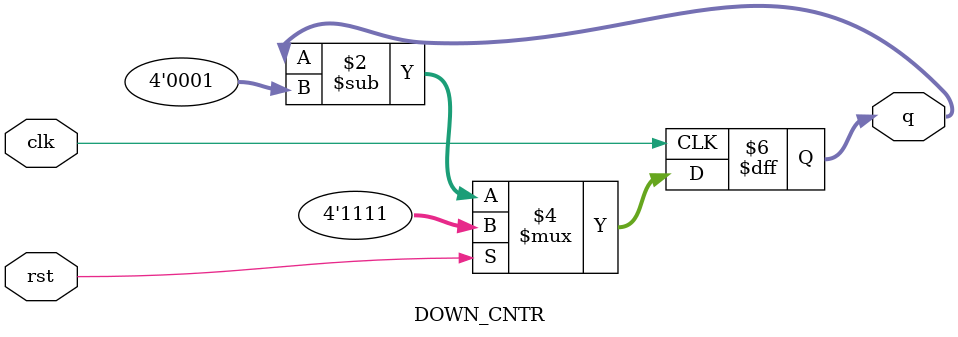
<source format=v>
`timescale 1ns / 1ps

module DOWN_CNTR(q,clk,rst);
    output reg [3:0]q;
    input clk,rst;
    always @(posedge clk)
        begin
            if (rst)
              q<=4'b1111;   
            else
              q<=q-4'b0001;
        end
endmodule


</source>
